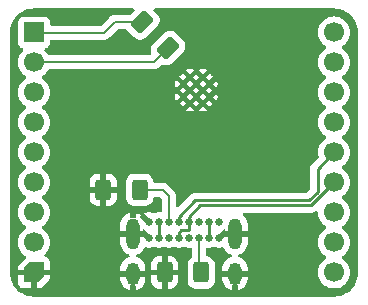
<source format=gbr>
%TF.GenerationSoftware,KiCad,Pcbnew,8.0.4*%
%TF.CreationDate,2024-07-28T04:47:57-04:00*%
%TF.ProjectId,esp32-c3-wroom-socket,65737033-322d-4633-932d-77726f6f6d2d,rev?*%
%TF.SameCoordinates,Original*%
%TF.FileFunction,Copper,L2,Bot*%
%TF.FilePolarity,Positive*%
%FSLAX46Y46*%
G04 Gerber Fmt 4.6, Leading zero omitted, Abs format (unit mm)*
G04 Created by KiCad (PCBNEW 8.0.4) date 2024-07-28 04:47:57*
%MOMM*%
%LPD*%
G01*
G04 APERTURE LIST*
G04 Aperture macros list*
%AMRoundRect*
0 Rectangle with rounded corners*
0 $1 Rounding radius*
0 $2 $3 $4 $5 $6 $7 $8 $9 X,Y pos of 4 corners*
0 Add a 4 corners polygon primitive as box body*
4,1,4,$2,$3,$4,$5,$6,$7,$8,$9,$2,$3,0*
0 Add four circle primitives for the rounded corners*
1,1,$1+$1,$2,$3*
1,1,$1+$1,$4,$5*
1,1,$1+$1,$6,$7*
1,1,$1+$1,$8,$9*
0 Add four rect primitives between the rounded corners*
20,1,$1+$1,$2,$3,$4,$5,0*
20,1,$1+$1,$4,$5,$6,$7,0*
20,1,$1+$1,$6,$7,$8,$9,0*
20,1,$1+$1,$8,$9,$2,$3,0*%
%AMOutline5P*
0 Free polygon, 5 corners , with rotation*
0 The origin of the aperture is its center*
0 number of corners: always 5*
0 $1 to $10 corner X, Y*
0 $11 Rotation angle, in degrees counterclockwise*
0 create outline with 5 corners*
4,1,5,$1,$2,$3,$4,$5,$6,$7,$8,$9,$10,$1,$2,$11*%
%AMOutline6P*
0 Free polygon, 6 corners , with rotation*
0 The origin of the aperture is its center*
0 number of corners: always 6*
0 $1 to $12 corner X, Y*
0 $13 Rotation angle, in degrees counterclockwise*
0 create outline with 6 corners*
4,1,6,$1,$2,$3,$4,$5,$6,$7,$8,$9,$10,$11,$12,$1,$2,$13*%
%AMOutline7P*
0 Free polygon, 7 corners , with rotation*
0 The origin of the aperture is its center*
0 number of corners: always 7*
0 $1 to $14 corner X, Y*
0 $15 Rotation angle, in degrees counterclockwise*
0 create outline with 7 corners*
4,1,7,$1,$2,$3,$4,$5,$6,$7,$8,$9,$10,$11,$12,$13,$14,$1,$2,$15*%
%AMOutline8P*
0 Free polygon, 8 corners , with rotation*
0 The origin of the aperture is its center*
0 number of corners: always 8*
0 $1 to $16 corner X, Y*
0 $17 Rotation angle, in degrees counterclockwise*
0 create outline with 8 corners*
4,1,8,$1,$2,$3,$4,$5,$6,$7,$8,$9,$10,$11,$12,$13,$14,$15,$16,$1,$2,$17*%
G04 Aperture macros list end*
%TA.AperFunction,SMDPad,CuDef*%
%ADD10RoundRect,0.250000X-0.400000X-0.625000X0.400000X-0.625000X0.400000X0.625000X-0.400000X0.625000X0*%
%TD*%
%TA.AperFunction,ComponentPad*%
%ADD11R,1.700000X1.700000*%
%TD*%
%TA.AperFunction,ComponentPad*%
%ADD12C,1.700000*%
%TD*%
%TA.AperFunction,ComponentPad*%
%ADD13Outline6P,-0.850000X0.340000X-0.340000X0.850000X0.850000X0.850000X0.850000X-0.340000X0.340000X-0.850000X-0.850000X-0.850000X0.000000*%
%TD*%
%TA.AperFunction,ComponentPad*%
%ADD14C,0.400000*%
%TD*%
%TA.AperFunction,SMDPad,CuDef*%
%ADD15RoundRect,0.250000X-0.724784X-0.159099X-0.159099X-0.724784X0.724784X0.159099X0.159099X0.724784X0*%
%TD*%
%TA.AperFunction,ComponentPad*%
%ADD16C,0.660400*%
%TD*%
%TA.AperFunction,ComponentPad*%
%ADD17O,1.117600X1.905000*%
%TD*%
%TA.AperFunction,ComponentPad*%
%ADD18O,1.117600X2.616200*%
%TD*%
%TA.AperFunction,Conductor*%
%ADD19C,0.200000*%
%TD*%
%TA.AperFunction,Conductor*%
%ADD20C,0.250000*%
%TD*%
G04 APERTURE END LIST*
D10*
%TO.P,R3,1*%
%TO.N,GND*%
X118450000Y-72500000D03*
%TO.P,R3,2*%
%TO.N,Net-(J1-CC1)*%
X121550000Y-72500000D03*
%TD*%
%TO.P,R2,1*%
%TO.N,GND*%
X123650000Y-79500000D03*
%TO.P,R2,2*%
%TO.N,Net-(J1-CC2)*%
X126750000Y-79500000D03*
%TD*%
D11*
%TO.P,U1,1,3V3*%
%TO.N,+3V3*%
X112600000Y-59180000D03*
D12*
%TO.P,U1,2,EN*%
%TO.N,Net-(U1-EN)*%
X112600000Y-61720000D03*
%TO.P,U1,3,IO4*%
%TO.N,unconnected-(U1-IO4-Pad3)*%
X112600000Y-64260000D03*
%TO.P,U1,4,IO5*%
%TO.N,unconnected-(U1-IO5-Pad4)*%
X112600000Y-66800000D03*
%TO.P,U1,5,IO6*%
%TO.N,unconnected-(U1-IO6-Pad5)*%
X112600000Y-69340000D03*
%TO.P,U1,6,IO7*%
%TO.N,unconnected-(U1-IO7-Pad6)*%
X112600000Y-71880000D03*
%TO.P,U1,7,IO8*%
%TO.N,unconnected-(U1-IO8-Pad7)*%
X112600000Y-74420000D03*
%TO.P,U1,8,IO9*%
%TO.N,unconnected-(U1-IO9-Pad8)*%
X112600000Y-76960000D03*
D13*
%TO.P,U1,9,GND*%
%TO.N,GND*%
X112600000Y-79500000D03*
D12*
%TO.P,U1,10,IO10*%
%TO.N,unconnected-(U1-IO10-Pad10)*%
X138000000Y-79500000D03*
%TO.P,U1,11,RXD*%
%TO.N,unconnected-(U1-RXD-Pad11)*%
X138000000Y-76960000D03*
%TO.P,U1,12,TXD*%
%TO.N,unconnected-(U1-TXD-Pad12)*%
X138000000Y-74420000D03*
%TO.P,U1,13,IO18*%
%TO.N,/D-*%
X138000000Y-71880000D03*
%TO.P,U1,14,IO19*%
%TO.N,/D+*%
X138000000Y-69340000D03*
%TO.P,U1,15,IO3*%
%TO.N,unconnected-(U1-IO3-Pad15)*%
X138000000Y-66800000D03*
%TO.P,U1,16,IO2*%
%TO.N,unconnected-(U1-IO2-Pad16)*%
X138000000Y-64260000D03*
%TO.P,U1,17,IO1*%
%TO.N,unconnected-(U1-IO1-Pad17)*%
X138000000Y-61720000D03*
%TO.P,U1,18,IO0*%
%TO.N,unconnected-(U1-IO0-Pad18)*%
X138000000Y-59180000D03*
D14*
%TO.P,U1,28,GND__10*%
%TO.N,GND*%
X125790000Y-62960000D03*
%TO.P,U1,29,GND__11*%
X126890000Y-62960000D03*
%TO.P,U1,30,GND__12*%
X125240000Y-63510000D03*
%TO.P,U1,31,GND__13*%
X126340000Y-63510000D03*
%TO.P,U1,32,GND__14*%
X127440000Y-63510000D03*
%TO.P,U1,33,GND__15*%
X125790000Y-64060000D03*
%TO.P,U1,34,GND__16*%
X126890000Y-64060000D03*
%TO.P,U1,35,GND__17*%
X125240000Y-64610000D03*
%TO.P,U1,36,GND__18*%
X126340000Y-64610000D03*
%TO.P,U1,37,GND__19*%
X127440000Y-64610000D03*
%TO.P,U1,38,GND__20*%
X125790000Y-65160000D03*
%TO.P,U1,39,GND__21*%
X126890000Y-65160000D03*
%TD*%
D15*
%TO.P,R1,1*%
%TO.N,+3V3*%
X121753984Y-58303984D03*
%TO.P,R1,2*%
%TO.N,Net-(U1-EN)*%
X123946016Y-60496016D03*
%TD*%
D16*
%TO.P,J1,A1,GND*%
%TO.N,GND*%
X122314444Y-75232435D03*
%TO.P,J1,A4,VBUS*%
%TO.N,Net-(J1-VBUS-PadA4)*%
X123164445Y-75232435D03*
%TO.P,J1,A5,CC1*%
%TO.N,Net-(J1-CC1)*%
X124014443Y-75232435D03*
%TO.P,J1,A6,D+*%
%TO.N,/D+*%
X124864444Y-75232435D03*
%TO.P,J1,A7,D-*%
%TO.N,/D-*%
X125714445Y-75232435D03*
%TO.P,J1,A8,SBU1*%
%TO.N,unconnected-(J1-SBU1-PadA8)*%
X126564446Y-75232435D03*
%TO.P,J1,A9,VBUS*%
%TO.N,Net-(J1-VBUS-PadA4)*%
X127414444Y-75232435D03*
%TO.P,J1,A12,GND*%
%TO.N,GND*%
X128264445Y-75232435D03*
%TO.P,J1,B1,GND*%
X128264445Y-76582435D03*
%TO.P,J1,B4,VBUS*%
%TO.N,Net-(J1-VBUS-PadA4)*%
X127414444Y-76582435D03*
%TO.P,J1,B5,CC2*%
%TO.N,Net-(J1-CC2)*%
X126564446Y-76582435D03*
%TO.P,J1,B6,D+*%
%TO.N,/D+*%
X125714445Y-76582435D03*
%TO.P,J1,B7,D-*%
%TO.N,/D-*%
X124864444Y-76582435D03*
%TO.P,J1,B8,SBU2*%
%TO.N,unconnected-(J1-SBU2-PadB8)*%
X124014443Y-76582435D03*
%TO.P,J1,B9,VBUS*%
%TO.N,Net-(J1-VBUS-PadA4)*%
X123164445Y-76582435D03*
%TO.P,J1,B12,GND*%
%TO.N,GND*%
X122314444Y-76582435D03*
D17*
%TO.P,J1,S1,SHIELD*%
X120964459Y-79597435D03*
%TO.P,J1,S2,SHIELD*%
X129614429Y-79597435D03*
D18*
%TO.P,J1,S3,SHIELD*%
X120964444Y-76212436D03*
%TO.P,J1,S4,SHIELD*%
X129614429Y-76212435D03*
%TD*%
D19*
%TO.N,Net-(J1-CC2)*%
X126564446Y-79314446D02*
X126750000Y-79500000D01*
X126564446Y-76582435D02*
X126564446Y-79314446D01*
%TO.N,Net-(J1-CC1)*%
X124014443Y-73014443D02*
X124014443Y-75232435D01*
X123500000Y-72500000D02*
X124014443Y-73014443D01*
X121550000Y-72500000D02*
X123500000Y-72500000D01*
D20*
%TO.N,Net-(J1-VBUS-PadA4)*%
X123164445Y-76582435D02*
X123164445Y-75232435D01*
X127414444Y-76582435D02*
X127414444Y-75232435D01*
%TO.N,/D+*%
X136600000Y-70740000D02*
X138000000Y-69340000D01*
X136600000Y-72678960D02*
X136600000Y-70740000D01*
X126254906Y-73375000D02*
X135903960Y-73375000D01*
X135903960Y-73375000D02*
X136600000Y-72678960D01*
X124864444Y-74765462D02*
X126254906Y-73375000D01*
X124864444Y-75232435D02*
X124864444Y-74765462D01*
%TO.N,/D-*%
X125714445Y-74765462D02*
X125714445Y-75232435D01*
X126679907Y-73800000D02*
X125714445Y-74765462D01*
X136080000Y-73800000D02*
X126679907Y-73800000D01*
X138000000Y-71880000D02*
X136080000Y-73800000D01*
X124864444Y-76135556D02*
X124864444Y-76582435D01*
X125714445Y-75885555D02*
X125672765Y-75927235D01*
X125672765Y-75927235D02*
X125072765Y-75927235D01*
X125072765Y-75927235D02*
X124864444Y-76135556D01*
X125714445Y-75232435D02*
X125714445Y-75885555D01*
D19*
%TO.N,+3V3*%
X112620000Y-59200000D02*
X118528984Y-59200000D01*
X118528984Y-59200000D02*
X119425000Y-58303984D01*
X119425000Y-58303984D02*
X121753984Y-58303984D01*
X112600000Y-59180000D02*
X112620000Y-59200000D01*
%TO.N,Net-(U1-EN)*%
X112620000Y-61700000D02*
X122742032Y-61700000D01*
X122742032Y-61700000D02*
X123946016Y-60496016D01*
X112600000Y-61720000D02*
X112620000Y-61700000D01*
%TD*%
%TA.AperFunction,Conductor*%
%TO.N,GND*%
G36*
X121917107Y-75847392D02*
G01*
X121961455Y-75875893D01*
X122329718Y-76244156D01*
X122363203Y-76305479D01*
X122359969Y-76370152D01*
X122356762Y-76380021D01*
X122354863Y-76379235D01*
X122274025Y-76379235D01*
X122199340Y-76410170D01*
X122142179Y-76467331D01*
X122111244Y-76542016D01*
X122111244Y-76622854D01*
X122142179Y-76697539D01*
X122199340Y-76754700D01*
X122244360Y-76773347D01*
X122207780Y-76782592D01*
X122141538Y-76760370D01*
X122124819Y-76746363D01*
X121840892Y-76462436D01*
X121588944Y-76462436D01*
X121521905Y-76442751D01*
X121476150Y-76389947D01*
X121464944Y-76338436D01*
X121464944Y-76086436D01*
X121484629Y-76019397D01*
X121537433Y-75973642D01*
X121588944Y-75962436D01*
X121699550Y-75962436D01*
X121786092Y-75875893D01*
X121847415Y-75842408D01*
X121917107Y-75847392D01*
G37*
%TD.AperFunction*%
%TA.AperFunction,Conductor*%
G36*
X128748447Y-75847392D02*
G01*
X128792795Y-75875893D01*
X128879337Y-75962435D01*
X128989929Y-75962435D01*
X129056968Y-75982120D01*
X129102723Y-76034924D01*
X129113929Y-76086435D01*
X129113929Y-76338435D01*
X129094244Y-76405474D01*
X129041440Y-76451229D01*
X128989929Y-76462435D01*
X128737997Y-76462435D01*
X128454069Y-76746363D01*
X128392746Y-76779848D01*
X128329717Y-76775340D01*
X128379549Y-76754700D01*
X128436710Y-76697539D01*
X128467645Y-76622854D01*
X128467645Y-76542016D01*
X128436710Y-76467331D01*
X128379549Y-76410170D01*
X128304864Y-76379235D01*
X128224026Y-76379235D01*
X128222125Y-76380022D01*
X128218918Y-76370151D01*
X128216923Y-76300315D01*
X128249169Y-76244155D01*
X128530070Y-75963256D01*
X128617432Y-75875893D01*
X128678755Y-75842408D01*
X128748447Y-75847392D01*
G37*
%TD.AperFunction*%
%TA.AperFunction,Conductor*%
G36*
X121058092Y-57160185D02*
G01*
X121103847Y-57212989D01*
X121113791Y-57282147D01*
X121084766Y-57345703D01*
X121078734Y-57352181D01*
X120763751Y-57667165D01*
X120702428Y-57700650D01*
X120676070Y-57703484D01*
X119511669Y-57703484D01*
X119511653Y-57703483D01*
X119504057Y-57703483D01*
X119345943Y-57703483D01*
X119238587Y-57732249D01*
X119193210Y-57744408D01*
X119193209Y-57744409D01*
X119143096Y-57773343D01*
X119143095Y-57773344D01*
X119100845Y-57797737D01*
X119056285Y-57823463D01*
X119056282Y-57823465D01*
X118944478Y-57935270D01*
X118316568Y-58563181D01*
X118255245Y-58596666D01*
X118228887Y-58599500D01*
X114074499Y-58599500D01*
X114007460Y-58579815D01*
X113961705Y-58527011D01*
X113950499Y-58475500D01*
X113950499Y-58282129D01*
X113950498Y-58282123D01*
X113950497Y-58282116D01*
X113944091Y-58222517D01*
X113918346Y-58153492D01*
X113893797Y-58087671D01*
X113893793Y-58087664D01*
X113807547Y-57972455D01*
X113807544Y-57972452D01*
X113692335Y-57886206D01*
X113692328Y-57886202D01*
X113557482Y-57835908D01*
X113557483Y-57835908D01*
X113497883Y-57829501D01*
X113497881Y-57829500D01*
X113497873Y-57829500D01*
X113497864Y-57829500D01*
X111702129Y-57829500D01*
X111702123Y-57829501D01*
X111642516Y-57835908D01*
X111507671Y-57886202D01*
X111507664Y-57886206D01*
X111392455Y-57972452D01*
X111392452Y-57972455D01*
X111306206Y-58087664D01*
X111306202Y-58087671D01*
X111255908Y-58222517D01*
X111249501Y-58282116D01*
X111249501Y-58282123D01*
X111249500Y-58282135D01*
X111249500Y-60077870D01*
X111249501Y-60077876D01*
X111255908Y-60137483D01*
X111306202Y-60272328D01*
X111306206Y-60272335D01*
X111392452Y-60387544D01*
X111392455Y-60387547D01*
X111507664Y-60473793D01*
X111507671Y-60473797D01*
X111639081Y-60522810D01*
X111695015Y-60564681D01*
X111719432Y-60630145D01*
X111704580Y-60698418D01*
X111683430Y-60726673D01*
X111561503Y-60848600D01*
X111425965Y-61042169D01*
X111425964Y-61042171D01*
X111326098Y-61256335D01*
X111326094Y-61256344D01*
X111264938Y-61484586D01*
X111264936Y-61484596D01*
X111244341Y-61719999D01*
X111244341Y-61720000D01*
X111264936Y-61955403D01*
X111264938Y-61955413D01*
X111326094Y-62183655D01*
X111326096Y-62183659D01*
X111326097Y-62183663D01*
X111413964Y-62372094D01*
X111425965Y-62397830D01*
X111425967Y-62397834D01*
X111561501Y-62591395D01*
X111561506Y-62591402D01*
X111728597Y-62758493D01*
X111728603Y-62758498D01*
X111914158Y-62888425D01*
X111957783Y-62943002D01*
X111964977Y-63012500D01*
X111933454Y-63074855D01*
X111914158Y-63091575D01*
X111728597Y-63221505D01*
X111561505Y-63388597D01*
X111425965Y-63582169D01*
X111425964Y-63582171D01*
X111326098Y-63796335D01*
X111326094Y-63796344D01*
X111264938Y-64024586D01*
X111264936Y-64024596D01*
X111244341Y-64259999D01*
X111244341Y-64260000D01*
X111264936Y-64495403D01*
X111264938Y-64495413D01*
X111326094Y-64723655D01*
X111326096Y-64723659D01*
X111326097Y-64723663D01*
X111351784Y-64778748D01*
X111425965Y-64937830D01*
X111425967Y-64937834D01*
X111561501Y-65131395D01*
X111561506Y-65131402D01*
X111728597Y-65298493D01*
X111728603Y-65298498D01*
X111914158Y-65428425D01*
X111957783Y-65483002D01*
X111964977Y-65552500D01*
X111933454Y-65614855D01*
X111914158Y-65631575D01*
X111728597Y-65761505D01*
X111561505Y-65928597D01*
X111425965Y-66122169D01*
X111425964Y-66122171D01*
X111326098Y-66336335D01*
X111326094Y-66336344D01*
X111264938Y-66564586D01*
X111264936Y-66564596D01*
X111244341Y-66799999D01*
X111244341Y-66800000D01*
X111264936Y-67035403D01*
X111264938Y-67035413D01*
X111326094Y-67263655D01*
X111326096Y-67263659D01*
X111326097Y-67263663D01*
X111425965Y-67477830D01*
X111425967Y-67477834D01*
X111561501Y-67671395D01*
X111561506Y-67671402D01*
X111728597Y-67838493D01*
X111728603Y-67838498D01*
X111914158Y-67968425D01*
X111957783Y-68023002D01*
X111964977Y-68092500D01*
X111933454Y-68154855D01*
X111914158Y-68171575D01*
X111728597Y-68301505D01*
X111561505Y-68468597D01*
X111425965Y-68662169D01*
X111425964Y-68662171D01*
X111326098Y-68876335D01*
X111326094Y-68876344D01*
X111264938Y-69104586D01*
X111264936Y-69104596D01*
X111244341Y-69339999D01*
X111244341Y-69340000D01*
X111264936Y-69575403D01*
X111264938Y-69575413D01*
X111326094Y-69803655D01*
X111326096Y-69803659D01*
X111326097Y-69803663D01*
X111425965Y-70017830D01*
X111425967Y-70017834D01*
X111561501Y-70211395D01*
X111561506Y-70211402D01*
X111728597Y-70378493D01*
X111728603Y-70378498D01*
X111914158Y-70508425D01*
X111957783Y-70563002D01*
X111964977Y-70632500D01*
X111933454Y-70694855D01*
X111914158Y-70711575D01*
X111728597Y-70841505D01*
X111561505Y-71008597D01*
X111425965Y-71202169D01*
X111425964Y-71202171D01*
X111326098Y-71416335D01*
X111326094Y-71416344D01*
X111264938Y-71644586D01*
X111264936Y-71644596D01*
X111244341Y-71879999D01*
X111244341Y-71880000D01*
X111264936Y-72115403D01*
X111264938Y-72115413D01*
X111326094Y-72343655D01*
X111326096Y-72343659D01*
X111326097Y-72343663D01*
X111378569Y-72456189D01*
X111425965Y-72557830D01*
X111425967Y-72557834D01*
X111561501Y-72751395D01*
X111561506Y-72751402D01*
X111728597Y-72918493D01*
X111728603Y-72918498D01*
X111914158Y-73048425D01*
X111957783Y-73103002D01*
X111964977Y-73172500D01*
X111933454Y-73234855D01*
X111914158Y-73251575D01*
X111728597Y-73381505D01*
X111561505Y-73548597D01*
X111425965Y-73742169D01*
X111425964Y-73742171D01*
X111326098Y-73956335D01*
X111326094Y-73956344D01*
X111264938Y-74184586D01*
X111264936Y-74184596D01*
X111244341Y-74419999D01*
X111244341Y-74420000D01*
X111264936Y-74655403D01*
X111264938Y-74655413D01*
X111326094Y-74883655D01*
X111326096Y-74883659D01*
X111326097Y-74883663D01*
X111408404Y-75060170D01*
X111425965Y-75097830D01*
X111425967Y-75097834D01*
X111561501Y-75291395D01*
X111561506Y-75291402D01*
X111728597Y-75458493D01*
X111728603Y-75458498D01*
X111914158Y-75588425D01*
X111957783Y-75643002D01*
X111964977Y-75712500D01*
X111933454Y-75774855D01*
X111914158Y-75791575D01*
X111728597Y-75921505D01*
X111561505Y-76088597D01*
X111425965Y-76282169D01*
X111425964Y-76282171D01*
X111326098Y-76496335D01*
X111326094Y-76496344D01*
X111264938Y-76724586D01*
X111264936Y-76724596D01*
X111244341Y-76959999D01*
X111244341Y-76960000D01*
X111264936Y-77195403D01*
X111264938Y-77195413D01*
X111326094Y-77423655D01*
X111326096Y-77423659D01*
X111326097Y-77423663D01*
X111376516Y-77531787D01*
X111425965Y-77637830D01*
X111425967Y-77637834D01*
X111528424Y-77784157D01*
X111561505Y-77831401D01*
X111728599Y-77998495D01*
X111855223Y-78087158D01*
X111887395Y-78109685D01*
X111931019Y-78164262D01*
X111938212Y-78233761D01*
X111906690Y-78296115D01*
X111903952Y-78298941D01*
X111367504Y-78835389D01*
X111367492Y-78835403D01*
X111315570Y-78902241D01*
X111315570Y-78902242D01*
X111260549Y-79035075D01*
X111250000Y-79119058D01*
X111250000Y-79250000D01*
X112166988Y-79250000D01*
X112134075Y-79307007D01*
X112100000Y-79434174D01*
X112100000Y-79565826D01*
X112134075Y-79692993D01*
X112166988Y-79750000D01*
X111250000Y-79750000D01*
X111250000Y-80397844D01*
X111256401Y-80457372D01*
X111256403Y-80457379D01*
X111306645Y-80592086D01*
X111306649Y-80592093D01*
X111392809Y-80707187D01*
X111392812Y-80707190D01*
X111507906Y-80793350D01*
X111507913Y-80793354D01*
X111642620Y-80843596D01*
X111642627Y-80843598D01*
X111702155Y-80849999D01*
X111702172Y-80850000D01*
X112350000Y-80850000D01*
X112350000Y-79933012D01*
X112407007Y-79965925D01*
X112534174Y-80000000D01*
X112665826Y-80000000D01*
X112792993Y-79965925D01*
X112850000Y-79933012D01*
X112850000Y-80850000D01*
X112980942Y-80850000D01*
X112980943Y-80849999D01*
X113064925Y-80839450D01*
X113197758Y-80784429D01*
X113264596Y-80732507D01*
X113264609Y-80732496D01*
X113832496Y-80164609D01*
X113832507Y-80164596D01*
X113884429Y-80097758D01*
X113884429Y-80097757D01*
X113939450Y-79964924D01*
X113949999Y-79880941D01*
X113950000Y-79880935D01*
X113950000Y-79750000D01*
X113033012Y-79750000D01*
X113065925Y-79692993D01*
X113100000Y-79565826D01*
X113100000Y-79434174D01*
X113065925Y-79307007D01*
X113033012Y-79250000D01*
X113950000Y-79250000D01*
X113950000Y-78602172D01*
X113949999Y-78602155D01*
X113943598Y-78542627D01*
X113943596Y-78542620D01*
X113893354Y-78407913D01*
X113893350Y-78407906D01*
X113807190Y-78292812D01*
X113807187Y-78292809D01*
X113692093Y-78206649D01*
X113692088Y-78206646D01*
X113560528Y-78157577D01*
X113504595Y-78115705D01*
X113480178Y-78050241D01*
X113495030Y-77981968D01*
X113516175Y-77953720D01*
X113638495Y-77831401D01*
X113774035Y-77637830D01*
X113873903Y-77423663D01*
X113935063Y-77195408D01*
X113955659Y-76960000D01*
X113935063Y-76724592D01*
X113873903Y-76496337D01*
X113774035Y-76282171D01*
X113734099Y-76225135D01*
X113638494Y-76088597D01*
X113471402Y-75921506D01*
X113471396Y-75921501D01*
X113285842Y-75791575D01*
X113242217Y-75736998D01*
X113235023Y-75667500D01*
X113266546Y-75605145D01*
X113285842Y-75588425D01*
X113360367Y-75536242D01*
X113471401Y-75458495D01*
X113571048Y-75358848D01*
X119905644Y-75358848D01*
X119905644Y-75962436D01*
X120339944Y-75962436D01*
X120406983Y-75982121D01*
X120452738Y-76034925D01*
X120463944Y-76086436D01*
X120463944Y-76338436D01*
X120444259Y-76405475D01*
X120391455Y-76451230D01*
X120339944Y-76462436D01*
X119905644Y-76462436D01*
X119905644Y-77066023D01*
X119946331Y-77270569D01*
X119946333Y-77270577D01*
X120026146Y-77463264D01*
X120142021Y-77636684D01*
X120289495Y-77784158D01*
X120462915Y-77900032D01*
X120627431Y-77968177D01*
X120681834Y-78012018D01*
X120703899Y-78078312D01*
X120686620Y-78146011D01*
X120635483Y-78193622D01*
X120627431Y-78197299D01*
X120462931Y-78265437D01*
X120289510Y-78381312D01*
X120142036Y-78528786D01*
X120026161Y-78702206D01*
X119946348Y-78894893D01*
X119946346Y-78894901D01*
X119905659Y-79099447D01*
X119905659Y-79347435D01*
X120334888Y-79347435D01*
X120401927Y-79367120D01*
X120440962Y-79412169D01*
X120442935Y-79411031D01*
X120447343Y-79418665D01*
X120447679Y-79419921D01*
X120447682Y-79419924D01*
X120449453Y-79423992D01*
X120450116Y-79425593D01*
X120449291Y-79425934D01*
X120463959Y-79480670D01*
X120463959Y-79714199D01*
X120449295Y-79768928D01*
X120450119Y-79769269D01*
X120449457Y-79770868D01*
X120448436Y-79772135D01*
X120447348Y-79776195D01*
X120447001Y-79776797D01*
X120447000Y-79776798D01*
X120442939Y-79783834D01*
X120440258Y-79782286D01*
X120405626Y-79825279D01*
X120339336Y-79847355D01*
X120334888Y-79847435D01*
X119905659Y-79847435D01*
X119905659Y-80095422D01*
X119946346Y-80299968D01*
X119946348Y-80299976D01*
X120026161Y-80492663D01*
X120142036Y-80666083D01*
X120289510Y-80813557D01*
X120462930Y-80929432D01*
X120655617Y-81009245D01*
X120655625Y-81009247D01*
X120714458Y-81020950D01*
X120714459Y-81020950D01*
X120714459Y-80660636D01*
X120734144Y-80593597D01*
X120786948Y-80547842D01*
X120856106Y-80537898D01*
X120870533Y-80540856D01*
X120891352Y-80546435D01*
X120891356Y-80546435D01*
X121037562Y-80546435D01*
X121037566Y-80546435D01*
X121058368Y-80540861D01*
X121128214Y-80542524D01*
X121186077Y-80581686D01*
X121213582Y-80645914D01*
X121214459Y-80660636D01*
X121214459Y-81020950D01*
X121273292Y-81009247D01*
X121273300Y-81009245D01*
X121465987Y-80929432D01*
X121639407Y-80813557D01*
X121786881Y-80666083D01*
X121902756Y-80492663D01*
X121982569Y-80299976D01*
X121982571Y-80299968D01*
X122007432Y-80174986D01*
X122500001Y-80174986D01*
X122510494Y-80277697D01*
X122565641Y-80444119D01*
X122565643Y-80444124D01*
X122657684Y-80593345D01*
X122781654Y-80717315D01*
X122930875Y-80809356D01*
X122930880Y-80809358D01*
X123097302Y-80864505D01*
X123097309Y-80864506D01*
X123200019Y-80874999D01*
X123399999Y-80874999D01*
X123900000Y-80874999D01*
X124099972Y-80874999D01*
X124099986Y-80874998D01*
X124202697Y-80864505D01*
X124369119Y-80809358D01*
X124369124Y-80809356D01*
X124518345Y-80717315D01*
X124642315Y-80593345D01*
X124734356Y-80444124D01*
X124734358Y-80444119D01*
X124789505Y-80277697D01*
X124789506Y-80277690D01*
X124799999Y-80174986D01*
X124800000Y-80174973D01*
X124800000Y-79750000D01*
X123900000Y-79750000D01*
X123900000Y-80874999D01*
X123399999Y-80874999D01*
X123400000Y-80874998D01*
X123400000Y-79750000D01*
X122500001Y-79750000D01*
X122500001Y-80174986D01*
X122007432Y-80174986D01*
X122023258Y-80095422D01*
X122023259Y-80095419D01*
X122023259Y-79847435D01*
X121594030Y-79847435D01*
X121526991Y-79827750D01*
X121487951Y-79782695D01*
X121485979Y-79783834D01*
X121481917Y-79776798D01*
X121481917Y-79776797D01*
X121481569Y-79776195D01*
X121481232Y-79774938D01*
X121479461Y-79770868D01*
X121478799Y-79769269D01*
X121479622Y-79768928D01*
X121464959Y-79714199D01*
X121464959Y-79480670D01*
X121479626Y-79425934D01*
X121478802Y-79425593D01*
X121479465Y-79423992D01*
X121480487Y-79422722D01*
X121481575Y-79418665D01*
X121485983Y-79411031D01*
X121488661Y-79412577D01*
X121523302Y-79369585D01*
X121589594Y-79347514D01*
X121594030Y-79347435D01*
X122023259Y-79347435D01*
X122023259Y-79099451D01*
X122023258Y-79099447D01*
X121982571Y-78894901D01*
X121982569Y-78894893D01*
X121953624Y-78825013D01*
X122500000Y-78825013D01*
X122500000Y-79250000D01*
X123400000Y-79250000D01*
X123900000Y-79250000D01*
X124799999Y-79250000D01*
X124799999Y-78825028D01*
X124799998Y-78825013D01*
X124789505Y-78722302D01*
X124734358Y-78555880D01*
X124734356Y-78555875D01*
X124642315Y-78406654D01*
X124518345Y-78282684D01*
X124369124Y-78190643D01*
X124369119Y-78190641D01*
X124202697Y-78135494D01*
X124202690Y-78135493D01*
X124099986Y-78125000D01*
X123900000Y-78125000D01*
X123900000Y-79250000D01*
X123400000Y-79250000D01*
X123400000Y-78125000D01*
X123200029Y-78125000D01*
X123200012Y-78125001D01*
X123097302Y-78135494D01*
X122930880Y-78190641D01*
X122930875Y-78190643D01*
X122781654Y-78282684D01*
X122657684Y-78406654D01*
X122565643Y-78555875D01*
X122565641Y-78555880D01*
X122510494Y-78722302D01*
X122510493Y-78722309D01*
X122500000Y-78825013D01*
X121953624Y-78825013D01*
X121902756Y-78702206D01*
X121786881Y-78528786D01*
X121639407Y-78381312D01*
X121465987Y-78265437D01*
X121301471Y-78197293D01*
X121247068Y-78153452D01*
X121225003Y-78087158D01*
X121242282Y-78019458D01*
X121293420Y-77971848D01*
X121301472Y-77968171D01*
X121465970Y-77900034D01*
X121639392Y-77784158D01*
X121786866Y-77636684D01*
X121902737Y-77463269D01*
X121902741Y-77463261D01*
X121908842Y-77448533D01*
X121952681Y-77394129D01*
X122018975Y-77372062D01*
X122049831Y-77376394D01*
X122050128Y-77375000D01*
X122227186Y-77412635D01*
X122401702Y-77412635D01*
X122572400Y-77376351D01*
X122688394Y-77324708D01*
X122757644Y-77315424D01*
X122789265Y-77324709D01*
X122906325Y-77376828D01*
X122906331Y-77376830D01*
X123077135Y-77413135D01*
X123077136Y-77413135D01*
X123251754Y-77413135D01*
X123251755Y-77413135D01*
X123422559Y-77376830D01*
X123422561Y-77376828D01*
X123422564Y-77376828D01*
X123471029Y-77355249D01*
X123539009Y-77324982D01*
X123608258Y-77315698D01*
X123639877Y-77324982D01*
X123677243Y-77341618D01*
X123756323Y-77376828D01*
X123756329Y-77376830D01*
X123927133Y-77413135D01*
X123927134Y-77413135D01*
X124101752Y-77413135D01*
X124101753Y-77413135D01*
X124272557Y-77376830D01*
X124272559Y-77376828D01*
X124272562Y-77376828D01*
X124389007Y-77324983D01*
X124458257Y-77315698D01*
X124489876Y-77324981D01*
X124606330Y-77376830D01*
X124777134Y-77413135D01*
X124777135Y-77413135D01*
X124951753Y-77413135D01*
X124951754Y-77413135D01*
X125122558Y-77376830D01*
X125122560Y-77376828D01*
X125122563Y-77376828D01*
X125239008Y-77324983D01*
X125308258Y-77315698D01*
X125339877Y-77324981D01*
X125456331Y-77376830D01*
X125627135Y-77413135D01*
X125627136Y-77413135D01*
X125801754Y-77413135D01*
X125801755Y-77413135D01*
X125814165Y-77410497D01*
X125883831Y-77415812D01*
X125939565Y-77457949D01*
X125963671Y-77523529D01*
X125963946Y-77531787D01*
X125963946Y-78162131D01*
X125944261Y-78229170D01*
X125905045Y-78267668D01*
X125881346Y-78282285D01*
X125757289Y-78406342D01*
X125665187Y-78555663D01*
X125665185Y-78555668D01*
X125665115Y-78555880D01*
X125610001Y-78722203D01*
X125610001Y-78722204D01*
X125610000Y-78722204D01*
X125599500Y-78824983D01*
X125599500Y-80175001D01*
X125599501Y-80175018D01*
X125610000Y-80277796D01*
X125610001Y-80277799D01*
X125645722Y-80385595D01*
X125665186Y-80444334D01*
X125757288Y-80593656D01*
X125881344Y-80717712D01*
X126030666Y-80809814D01*
X126197203Y-80864999D01*
X126299991Y-80875500D01*
X127200008Y-80875499D01*
X127200016Y-80875498D01*
X127200019Y-80875498D01*
X127256302Y-80869748D01*
X127302797Y-80864999D01*
X127469334Y-80809814D01*
X127618656Y-80717712D01*
X127742712Y-80593656D01*
X127834814Y-80444334D01*
X127889999Y-80277797D01*
X127900500Y-80175009D01*
X127900499Y-78824992D01*
X127889999Y-78722203D01*
X127834814Y-78555666D01*
X127742712Y-78406344D01*
X127618656Y-78282288D01*
X127480866Y-78197299D01*
X127469336Y-78190187D01*
X127469331Y-78190185D01*
X127447654Y-78183002D01*
X127302797Y-78135001D01*
X127302795Y-78135000D01*
X127276342Y-78132298D01*
X127211650Y-78105901D01*
X127171500Y-78048720D01*
X127164946Y-78008940D01*
X127164946Y-77531787D01*
X127184631Y-77464748D01*
X127237435Y-77418993D01*
X127306593Y-77409049D01*
X127314682Y-77410488D01*
X127327134Y-77413135D01*
X127327140Y-77413135D01*
X127501753Y-77413135D01*
X127501754Y-77413135D01*
X127672558Y-77376830D01*
X127672560Y-77376828D01*
X127672563Y-77376828D01*
X127709006Y-77360601D01*
X127789623Y-77324708D01*
X127858871Y-77315424D01*
X127890493Y-77324708D01*
X128006488Y-77376351D01*
X128177187Y-77412635D01*
X128351703Y-77412635D01*
X128528761Y-77375000D01*
X128529339Y-77377719D01*
X128586938Y-77376047D01*
X128646787Y-77412100D01*
X128670030Y-77448533D01*
X128676131Y-77463261D01*
X128792006Y-77636683D01*
X128939480Y-77784157D01*
X129112900Y-77900032D01*
X129277409Y-77968174D01*
X129331812Y-78012015D01*
X129353877Y-78078309D01*
X129336598Y-78146009D01*
X129285460Y-78193619D01*
X129277409Y-78197296D01*
X129112900Y-78265437D01*
X128939480Y-78381312D01*
X128792006Y-78528786D01*
X128676131Y-78702206D01*
X128596318Y-78894893D01*
X128596316Y-78894901D01*
X128555629Y-79099447D01*
X128555629Y-79347435D01*
X128984858Y-79347435D01*
X129051897Y-79367120D01*
X129090932Y-79412169D01*
X129092905Y-79411031D01*
X129097313Y-79418665D01*
X129097649Y-79419921D01*
X129097652Y-79419924D01*
X129099423Y-79423992D01*
X129100086Y-79425593D01*
X129099261Y-79425934D01*
X129113929Y-79480670D01*
X129113929Y-79714199D01*
X129099265Y-79768928D01*
X129100089Y-79769269D01*
X129099427Y-79770868D01*
X129098406Y-79772135D01*
X129097318Y-79776195D01*
X129096971Y-79776797D01*
X129096970Y-79776798D01*
X129092909Y-79783834D01*
X129090228Y-79782286D01*
X129055596Y-79825279D01*
X128989306Y-79847355D01*
X128984858Y-79847435D01*
X128555629Y-79847435D01*
X128555629Y-80095422D01*
X128596316Y-80299968D01*
X128596318Y-80299976D01*
X128676131Y-80492663D01*
X128792006Y-80666083D01*
X128939480Y-80813557D01*
X129112900Y-80929432D01*
X129305587Y-81009245D01*
X129305595Y-81009247D01*
X129364428Y-81020950D01*
X129364429Y-81020950D01*
X129364429Y-80660636D01*
X129384114Y-80593597D01*
X129436918Y-80547842D01*
X129506076Y-80537898D01*
X129520503Y-80540856D01*
X129541322Y-80546435D01*
X129541326Y-80546435D01*
X129687532Y-80546435D01*
X129687536Y-80546435D01*
X129708338Y-80540861D01*
X129778184Y-80542524D01*
X129836047Y-80581686D01*
X129863552Y-80645914D01*
X129864429Y-80660636D01*
X129864429Y-81020950D01*
X129923262Y-81009247D01*
X129923270Y-81009245D01*
X130115957Y-80929432D01*
X130289377Y-80813557D01*
X130436851Y-80666083D01*
X130552726Y-80492663D01*
X130632539Y-80299976D01*
X130632541Y-80299968D01*
X130673228Y-80095422D01*
X130673229Y-80095419D01*
X130673229Y-79847435D01*
X130244000Y-79847435D01*
X130176961Y-79827750D01*
X130137921Y-79782695D01*
X130135949Y-79783834D01*
X130131887Y-79776798D01*
X130131887Y-79776797D01*
X130131539Y-79776195D01*
X130131202Y-79774938D01*
X130129431Y-79770868D01*
X130128769Y-79769269D01*
X130129592Y-79768928D01*
X130114929Y-79714199D01*
X130114929Y-79480670D01*
X130129596Y-79425934D01*
X130128772Y-79425593D01*
X130129435Y-79423992D01*
X130130457Y-79422722D01*
X130131545Y-79418665D01*
X130135953Y-79411031D01*
X130138631Y-79412577D01*
X130173272Y-79369585D01*
X130239564Y-79347514D01*
X130244000Y-79347435D01*
X130673229Y-79347435D01*
X130673229Y-79099451D01*
X130673228Y-79099447D01*
X130632541Y-78894901D01*
X130632539Y-78894893D01*
X130552726Y-78702206D01*
X130436851Y-78528786D01*
X130289377Y-78381312D01*
X130115957Y-78265438D01*
X129951448Y-78197296D01*
X129897045Y-78153455D01*
X129874980Y-78087161D01*
X129892259Y-78019461D01*
X129943397Y-77971851D01*
X129951448Y-77968174D01*
X130115957Y-77900031D01*
X130289377Y-77784157D01*
X130436851Y-77636683D01*
X130552726Y-77463263D01*
X130632539Y-77270576D01*
X130632541Y-77270568D01*
X130673228Y-77066022D01*
X130673229Y-77066019D01*
X130673229Y-76462435D01*
X130238929Y-76462435D01*
X130171890Y-76442750D01*
X130126135Y-76389946D01*
X130114929Y-76338435D01*
X130114929Y-76086435D01*
X130134614Y-76019396D01*
X130187418Y-75973641D01*
X130238929Y-75962435D01*
X130673229Y-75962435D01*
X130673229Y-75358851D01*
X130673228Y-75358847D01*
X130632541Y-75154301D01*
X130632539Y-75154293D01*
X130552726Y-74961606D01*
X130436851Y-74788186D01*
X130285846Y-74637181D01*
X130252361Y-74575858D01*
X130257345Y-74506166D01*
X130299217Y-74450233D01*
X130364681Y-74425816D01*
X130373527Y-74425500D01*
X136141607Y-74425500D01*
X136202029Y-74413481D01*
X136262452Y-74401463D01*
X136262455Y-74401461D01*
X136262458Y-74401461D01*
X136295787Y-74387654D01*
X136295786Y-74387654D01*
X136295792Y-74387652D01*
X136376286Y-74354312D01*
X136427509Y-74320084D01*
X136452136Y-74303628D01*
X136518813Y-74282750D01*
X136586194Y-74301234D01*
X136632884Y-74353212D01*
X136644022Y-74414586D01*
X136644341Y-74414586D01*
X136644341Y-74416341D01*
X136644557Y-74417532D01*
X136644341Y-74420001D01*
X136664936Y-74655403D01*
X136664938Y-74655413D01*
X136726094Y-74883655D01*
X136726096Y-74883659D01*
X136726097Y-74883663D01*
X136808404Y-75060170D01*
X136825965Y-75097830D01*
X136825967Y-75097834D01*
X136961501Y-75291395D01*
X136961506Y-75291402D01*
X137128597Y-75458493D01*
X137128603Y-75458498D01*
X137314158Y-75588425D01*
X137357783Y-75643002D01*
X137364977Y-75712500D01*
X137333454Y-75774855D01*
X137314158Y-75791575D01*
X137128597Y-75921505D01*
X136961505Y-76088597D01*
X136825965Y-76282169D01*
X136825964Y-76282171D01*
X136726098Y-76496335D01*
X136726094Y-76496344D01*
X136664938Y-76724586D01*
X136664936Y-76724596D01*
X136644341Y-76959999D01*
X136644341Y-76960000D01*
X136664936Y-77195403D01*
X136664938Y-77195413D01*
X136726094Y-77423655D01*
X136726096Y-77423659D01*
X136726097Y-77423663D01*
X136776516Y-77531787D01*
X136825965Y-77637830D01*
X136825967Y-77637834D01*
X136928424Y-77784157D01*
X136961501Y-77831396D01*
X136961506Y-77831402D01*
X137128597Y-77998493D01*
X137128603Y-77998498D01*
X137314158Y-78128425D01*
X137357783Y-78183002D01*
X137364977Y-78252500D01*
X137333454Y-78314855D01*
X137314158Y-78331575D01*
X137128597Y-78461505D01*
X136961505Y-78628597D01*
X136825965Y-78822169D01*
X136825964Y-78822171D01*
X136743041Y-79000000D01*
X136726686Y-79035075D01*
X136726098Y-79036335D01*
X136726094Y-79036344D01*
X136664938Y-79264586D01*
X136664936Y-79264596D01*
X136644341Y-79499999D01*
X136644341Y-79500000D01*
X136664936Y-79735403D01*
X136664938Y-79735413D01*
X136726094Y-79963655D01*
X136726096Y-79963659D01*
X136726097Y-79963663D01*
X136788626Y-80097757D01*
X136825965Y-80177830D01*
X136825967Y-80177834D01*
X136933984Y-80332097D01*
X136961505Y-80371401D01*
X137128599Y-80538495D01*
X137225384Y-80606265D01*
X137322165Y-80674032D01*
X137322167Y-80674033D01*
X137322170Y-80674035D01*
X137536337Y-80773903D01*
X137764592Y-80835063D01*
X137935319Y-80850000D01*
X137999999Y-80855659D01*
X138000000Y-80855659D01*
X138000001Y-80855659D01*
X138064681Y-80850000D01*
X138235408Y-80835063D01*
X138463663Y-80773903D01*
X138677830Y-80674035D01*
X138871401Y-80538495D01*
X139038495Y-80371401D01*
X139174035Y-80177830D01*
X139273903Y-79963663D01*
X139335063Y-79735408D01*
X139355659Y-79500000D01*
X139335063Y-79264592D01*
X139273903Y-79036337D01*
X139174035Y-78822171D01*
X139130072Y-78759384D01*
X139038494Y-78628597D01*
X138871402Y-78461506D01*
X138871396Y-78461501D01*
X138685842Y-78331575D01*
X138642217Y-78276998D01*
X138635023Y-78207500D01*
X138666546Y-78145145D01*
X138685842Y-78128425D01*
X138744777Y-78087158D01*
X138871401Y-77998495D01*
X139038495Y-77831401D01*
X139174035Y-77637830D01*
X139273903Y-77423663D01*
X139335063Y-77195408D01*
X139355659Y-76960000D01*
X139335063Y-76724592D01*
X139273903Y-76496337D01*
X139174035Y-76282171D01*
X139134099Y-76225135D01*
X139038494Y-76088597D01*
X138871402Y-75921506D01*
X138871396Y-75921501D01*
X138685842Y-75791575D01*
X138642217Y-75736998D01*
X138635023Y-75667500D01*
X138666546Y-75605145D01*
X138685842Y-75588425D01*
X138760367Y-75536242D01*
X138871401Y-75458495D01*
X139038495Y-75291401D01*
X139174035Y-75097830D01*
X139273903Y-74883663D01*
X139335063Y-74655408D01*
X139355659Y-74420000D01*
X139335063Y-74184592D01*
X139273903Y-73956337D01*
X139174035Y-73742171D01*
X139156908Y-73717710D01*
X139038494Y-73548597D01*
X138871402Y-73381506D01*
X138871396Y-73381501D01*
X138685842Y-73251575D01*
X138642217Y-73196998D01*
X138635023Y-73127500D01*
X138666546Y-73065145D01*
X138685842Y-73048425D01*
X138708026Y-73032891D01*
X138871401Y-72918495D01*
X139038495Y-72751401D01*
X139174035Y-72557830D01*
X139273903Y-72343663D01*
X139335063Y-72115408D01*
X139355659Y-71880000D01*
X139335063Y-71644592D01*
X139273903Y-71416337D01*
X139174035Y-71202171D01*
X139165643Y-71190185D01*
X139038494Y-71008597D01*
X138871402Y-70841506D01*
X138871396Y-70841501D01*
X138685842Y-70711575D01*
X138642217Y-70656998D01*
X138635023Y-70587500D01*
X138666546Y-70525145D01*
X138685842Y-70508425D01*
X138708026Y-70492891D01*
X138871401Y-70378495D01*
X139038495Y-70211401D01*
X139174035Y-70017830D01*
X139273903Y-69803663D01*
X139335063Y-69575408D01*
X139355659Y-69340000D01*
X139335063Y-69104592D01*
X139273903Y-68876337D01*
X139174035Y-68662171D01*
X139038495Y-68468599D01*
X139038494Y-68468597D01*
X138871402Y-68301506D01*
X138871396Y-68301501D01*
X138685842Y-68171575D01*
X138642217Y-68116998D01*
X138635023Y-68047500D01*
X138666546Y-67985145D01*
X138685842Y-67968425D01*
X138708026Y-67952891D01*
X138871401Y-67838495D01*
X139038495Y-67671401D01*
X139174035Y-67477830D01*
X139273903Y-67263663D01*
X139335063Y-67035408D01*
X139355659Y-66800000D01*
X139335063Y-66564592D01*
X139273903Y-66336337D01*
X139174035Y-66122171D01*
X139094215Y-66008175D01*
X139038494Y-65928597D01*
X138871402Y-65761506D01*
X138871396Y-65761501D01*
X138685842Y-65631575D01*
X138642217Y-65576998D01*
X138635023Y-65507500D01*
X138666546Y-65445145D01*
X138685842Y-65428425D01*
X138790112Y-65355414D01*
X138871401Y-65298495D01*
X139038495Y-65131401D01*
X139174035Y-64937830D01*
X139273903Y-64723663D01*
X139335063Y-64495408D01*
X139355659Y-64260000D01*
X139335063Y-64024592D01*
X139273903Y-63796337D01*
X139174035Y-63582171D01*
X139038495Y-63388599D01*
X139038494Y-63388597D01*
X138871402Y-63221506D01*
X138871396Y-63221501D01*
X138685842Y-63091575D01*
X138642217Y-63036998D01*
X138635023Y-62967500D01*
X138666546Y-62905145D01*
X138685842Y-62888425D01*
X138797844Y-62810000D01*
X138871401Y-62758495D01*
X139038495Y-62591401D01*
X139174035Y-62397830D01*
X139273903Y-62183663D01*
X139335063Y-61955408D01*
X139355659Y-61720000D01*
X139335063Y-61484592D01*
X139273903Y-61256337D01*
X139174035Y-61042171D01*
X139136521Y-60988594D01*
X139038494Y-60848597D01*
X138871402Y-60681506D01*
X138871396Y-60681501D01*
X138685842Y-60551575D01*
X138642217Y-60496998D01*
X138635023Y-60427500D01*
X138666546Y-60365145D01*
X138685842Y-60348425D01*
X138708026Y-60332891D01*
X138871401Y-60218495D01*
X139038495Y-60051401D01*
X139174035Y-59857830D01*
X139273903Y-59643663D01*
X139335063Y-59415408D01*
X139355659Y-59180000D01*
X139335063Y-58944592D01*
X139273903Y-58716337D01*
X139174035Y-58502171D01*
X139102157Y-58399517D01*
X139038494Y-58308597D01*
X138871402Y-58141506D01*
X138871395Y-58141501D01*
X138677834Y-58005967D01*
X138677830Y-58005965D01*
X138677828Y-58005964D01*
X138463663Y-57906097D01*
X138463659Y-57906096D01*
X138463655Y-57906094D01*
X138235413Y-57844938D01*
X138235403Y-57844936D01*
X138000001Y-57824341D01*
X137999999Y-57824341D01*
X137764596Y-57844936D01*
X137764586Y-57844938D01*
X137536344Y-57906094D01*
X137536335Y-57906098D01*
X137322171Y-58005964D01*
X137322169Y-58005965D01*
X137128597Y-58141505D01*
X136961505Y-58308597D01*
X136825965Y-58502169D01*
X136825964Y-58502171D01*
X136726098Y-58716335D01*
X136726094Y-58716344D01*
X136664938Y-58944586D01*
X136664936Y-58944596D01*
X136644341Y-59179999D01*
X136644341Y-59180000D01*
X136664936Y-59415403D01*
X136664938Y-59415413D01*
X136726094Y-59643655D01*
X136726096Y-59643659D01*
X136726097Y-59643663D01*
X136818399Y-59841605D01*
X136825965Y-59857830D01*
X136825967Y-59857834D01*
X136961501Y-60051395D01*
X136961506Y-60051402D01*
X137128597Y-60218493D01*
X137128603Y-60218498D01*
X137314158Y-60348425D01*
X137357783Y-60403002D01*
X137364977Y-60472500D01*
X137333454Y-60534855D01*
X137314158Y-60551575D01*
X137128597Y-60681505D01*
X136961505Y-60848597D01*
X136825965Y-61042169D01*
X136825964Y-61042171D01*
X136726098Y-61256335D01*
X136726094Y-61256344D01*
X136664938Y-61484586D01*
X136664936Y-61484596D01*
X136644341Y-61719999D01*
X136644341Y-61720000D01*
X136664936Y-61955403D01*
X136664938Y-61955413D01*
X136726094Y-62183655D01*
X136726096Y-62183659D01*
X136726097Y-62183663D01*
X136813964Y-62372094D01*
X136825965Y-62397830D01*
X136825967Y-62397834D01*
X136961501Y-62591395D01*
X136961506Y-62591402D01*
X137128597Y-62758493D01*
X137128603Y-62758498D01*
X137314158Y-62888425D01*
X137357783Y-62943002D01*
X137364977Y-63012500D01*
X137333454Y-63074855D01*
X137314158Y-63091575D01*
X137128597Y-63221505D01*
X136961505Y-63388597D01*
X136825965Y-63582169D01*
X136825964Y-63582171D01*
X136726098Y-63796335D01*
X136726094Y-63796344D01*
X136664938Y-64024586D01*
X136664936Y-64024596D01*
X136644341Y-64259999D01*
X136644341Y-64260000D01*
X136664936Y-64495403D01*
X136664938Y-64495413D01*
X136726094Y-64723655D01*
X136726096Y-64723659D01*
X136726097Y-64723663D01*
X136751784Y-64778748D01*
X136825965Y-64937830D01*
X136825967Y-64937834D01*
X136961501Y-65131395D01*
X136961506Y-65131402D01*
X137128597Y-65298493D01*
X137128603Y-65298498D01*
X137314158Y-65428425D01*
X137357783Y-65483002D01*
X137364977Y-65552500D01*
X137333454Y-65614855D01*
X137314158Y-65631575D01*
X137128597Y-65761505D01*
X136961505Y-65928597D01*
X136825965Y-66122169D01*
X136825964Y-66122171D01*
X136726098Y-66336335D01*
X136726094Y-66336344D01*
X136664938Y-66564586D01*
X136664936Y-66564596D01*
X136644341Y-66799999D01*
X136644341Y-66800000D01*
X136664936Y-67035403D01*
X136664938Y-67035413D01*
X136726094Y-67263655D01*
X136726096Y-67263659D01*
X136726097Y-67263663D01*
X136825965Y-67477830D01*
X136825967Y-67477834D01*
X136961501Y-67671395D01*
X136961506Y-67671402D01*
X137128597Y-67838493D01*
X137128603Y-67838498D01*
X137314158Y-67968425D01*
X137357783Y-68023002D01*
X137364977Y-68092500D01*
X137333454Y-68154855D01*
X137314158Y-68171575D01*
X137128597Y-68301505D01*
X136961505Y-68468597D01*
X136825965Y-68662169D01*
X136825964Y-68662171D01*
X136726098Y-68876335D01*
X136726094Y-68876344D01*
X136664938Y-69104586D01*
X136664936Y-69104596D01*
X136644341Y-69339999D01*
X136644341Y-69340000D01*
X136664936Y-69575403D01*
X136664938Y-69575413D01*
X136691856Y-69675872D01*
X136690193Y-69745722D01*
X136659762Y-69795646D01*
X136244014Y-70211395D01*
X136201270Y-70254139D01*
X136201267Y-70254142D01*
X136157704Y-70297704D01*
X136114142Y-70341266D01*
X136101663Y-70359942D01*
X136089267Y-70378495D01*
X136045688Y-70443714D01*
X136045686Y-70443716D01*
X136045686Y-70443718D01*
X136045685Y-70443719D01*
X135998540Y-70557538D01*
X135998535Y-70557554D01*
X135975162Y-70675064D01*
X135975161Y-70675071D01*
X135974500Y-70678389D01*
X135974500Y-72368508D01*
X135954815Y-72435547D01*
X135938181Y-72456189D01*
X135681189Y-72713181D01*
X135619866Y-72746666D01*
X135593508Y-72749500D01*
X126193295Y-72749500D01*
X126132877Y-72761518D01*
X126089649Y-72770116D01*
X126072452Y-72773537D01*
X125958622Y-72820687D01*
X125958613Y-72820692D01*
X125856174Y-72889140D01*
X125826822Y-72918493D01*
X125769048Y-72976267D01*
X124826624Y-73918691D01*
X124765301Y-73952176D01*
X124695609Y-73947192D01*
X124639676Y-73905320D01*
X124615259Y-73839856D01*
X124614943Y-73831010D01*
X124614943Y-72935386D01*
X124614942Y-72935382D01*
X124602553Y-72889144D01*
X124602553Y-72889143D01*
X124574020Y-72782658D01*
X124544648Y-72731784D01*
X124494963Y-72645727D01*
X124383159Y-72533923D01*
X124383158Y-72533922D01*
X124378828Y-72529592D01*
X124378817Y-72529582D01*
X123987590Y-72138355D01*
X123987588Y-72138352D01*
X123868717Y-72019481D01*
X123868716Y-72019480D01*
X123781904Y-71969360D01*
X123781904Y-71969359D01*
X123781900Y-71969358D01*
X123731785Y-71940423D01*
X123579057Y-71899499D01*
X123420943Y-71899499D01*
X123413347Y-71899499D01*
X123413331Y-71899500D01*
X122820089Y-71899500D01*
X122753050Y-71879815D01*
X122707295Y-71827011D01*
X122696731Y-71788102D01*
X122694839Y-71769591D01*
X122689999Y-71722203D01*
X122634814Y-71555666D01*
X122542712Y-71406344D01*
X122418656Y-71282288D01*
X122269334Y-71190186D01*
X122102797Y-71135001D01*
X122102795Y-71135000D01*
X122000010Y-71124500D01*
X121099998Y-71124500D01*
X121099980Y-71124501D01*
X120997203Y-71135000D01*
X120997200Y-71135001D01*
X120830668Y-71190185D01*
X120830663Y-71190187D01*
X120681342Y-71282289D01*
X120557289Y-71406342D01*
X120465187Y-71555663D01*
X120465185Y-71555668D01*
X120465115Y-71555880D01*
X120410001Y-71722203D01*
X120410001Y-71722204D01*
X120410000Y-71722204D01*
X120399500Y-71824983D01*
X120399500Y-73175001D01*
X120399501Y-73175018D01*
X120410000Y-73277796D01*
X120410001Y-73277799D01*
X120413442Y-73288182D01*
X120465186Y-73444334D01*
X120557288Y-73593656D01*
X120681344Y-73717712D01*
X120830666Y-73809814D01*
X120997203Y-73864999D01*
X121099991Y-73875500D01*
X122000008Y-73875499D01*
X122000016Y-73875498D01*
X122000019Y-73875498D01*
X122056302Y-73869748D01*
X122102797Y-73864999D01*
X122269334Y-73809814D01*
X122418656Y-73717712D01*
X122542712Y-73593656D01*
X122634814Y-73444334D01*
X122689999Y-73277797D01*
X122695203Y-73226859D01*
X122696732Y-73211897D01*
X122723129Y-73147205D01*
X122780310Y-73107054D01*
X122820090Y-73100500D01*
X123199903Y-73100500D01*
X123266942Y-73120185D01*
X123287584Y-73136819D01*
X123377624Y-73226859D01*
X123411109Y-73288182D01*
X123413943Y-73314540D01*
X123413943Y-74283081D01*
X123394258Y-74350120D01*
X123341454Y-74395875D01*
X123272296Y-74405819D01*
X123264164Y-74404372D01*
X123251757Y-74401735D01*
X123251755Y-74401735D01*
X123077135Y-74401735D01*
X123064729Y-74404372D01*
X122906331Y-74438039D01*
X122906329Y-74438040D01*
X122789264Y-74490161D01*
X122720014Y-74499445D01*
X122688394Y-74490161D01*
X122572400Y-74438518D01*
X122401702Y-74402235D01*
X122227186Y-74402235D01*
X122056487Y-74438518D01*
X121930272Y-74494711D01*
X122329718Y-74894156D01*
X122363203Y-74955479D01*
X122359969Y-75020152D01*
X122356762Y-75030021D01*
X122354863Y-75029235D01*
X122274025Y-75029235D01*
X122199340Y-75060170D01*
X122142179Y-75117331D01*
X122111244Y-75192016D01*
X122111244Y-75272854D01*
X122142179Y-75347539D01*
X122199340Y-75404700D01*
X122244360Y-75423347D01*
X122207780Y-75432592D01*
X122141538Y-75410370D01*
X122124819Y-75396363D01*
X121607902Y-74879446D01*
X121574417Y-74818123D01*
X121579401Y-74748431D01*
X121607902Y-74704084D01*
X121655332Y-74656654D01*
X121655332Y-74656653D01*
X121639392Y-74640713D01*
X121465972Y-74524838D01*
X121273283Y-74445024D01*
X121273279Y-74445023D01*
X121214444Y-74433319D01*
X121214444Y-74793634D01*
X121194759Y-74860673D01*
X121141955Y-74906428D01*
X121072797Y-74916372D01*
X121058356Y-74913410D01*
X121037551Y-74907836D01*
X120891337Y-74907836D01*
X120870534Y-74913409D01*
X120800685Y-74911745D01*
X120742823Y-74872581D01*
X120715321Y-74808352D01*
X120714444Y-74793634D01*
X120714444Y-74433320D01*
X120714443Y-74433319D01*
X120655608Y-74445023D01*
X120655604Y-74445024D01*
X120462915Y-74524838D01*
X120289495Y-74640713D01*
X120142021Y-74788187D01*
X120026146Y-74961607D01*
X119946333Y-75154294D01*
X119946331Y-75154302D01*
X119905644Y-75358848D01*
X113571048Y-75358848D01*
X113638495Y-75291401D01*
X113774035Y-75097830D01*
X113873903Y-74883663D01*
X113935063Y-74655408D01*
X113955659Y-74420000D01*
X113935063Y-74184592D01*
X113873903Y-73956337D01*
X113774035Y-73742171D01*
X113756908Y-73717710D01*
X113638494Y-73548597D01*
X113471402Y-73381506D01*
X113471396Y-73381501D01*
X113285842Y-73251575D01*
X113242217Y-73196998D01*
X113239938Y-73174986D01*
X117300001Y-73174986D01*
X117310494Y-73277697D01*
X117365641Y-73444119D01*
X117365643Y-73444124D01*
X117457684Y-73593345D01*
X117581654Y-73717315D01*
X117730875Y-73809356D01*
X117730880Y-73809358D01*
X117897302Y-73864505D01*
X117897309Y-73864506D01*
X118000019Y-73874999D01*
X118199999Y-73874999D01*
X118700000Y-73874999D01*
X118899972Y-73874999D01*
X118899986Y-73874998D01*
X119002697Y-73864505D01*
X119169119Y-73809358D01*
X119169124Y-73809356D01*
X119318345Y-73717315D01*
X119442315Y-73593345D01*
X119534356Y-73444124D01*
X119534358Y-73444119D01*
X119589505Y-73277697D01*
X119589506Y-73277690D01*
X119599999Y-73174986D01*
X119600000Y-73174973D01*
X119600000Y-72750000D01*
X118700000Y-72750000D01*
X118700000Y-73874999D01*
X118199999Y-73874999D01*
X118200000Y-73874998D01*
X118200000Y-72750000D01*
X117300001Y-72750000D01*
X117300001Y-73174986D01*
X113239938Y-73174986D01*
X113235023Y-73127500D01*
X113266546Y-73065145D01*
X113285842Y-73048425D01*
X113308026Y-73032891D01*
X113471401Y-72918495D01*
X113638495Y-72751401D01*
X113774035Y-72557830D01*
X113873903Y-72343663D01*
X113935063Y-72115408D01*
X113955659Y-71880000D01*
X113950848Y-71825013D01*
X117300000Y-71825013D01*
X117300000Y-72250000D01*
X118200000Y-72250000D01*
X118700000Y-72250000D01*
X119599999Y-72250000D01*
X119599999Y-71825028D01*
X119599998Y-71825013D01*
X119589505Y-71722302D01*
X119534358Y-71555880D01*
X119534356Y-71555875D01*
X119442315Y-71406654D01*
X119318345Y-71282684D01*
X119169124Y-71190643D01*
X119169119Y-71190641D01*
X119002697Y-71135494D01*
X119002690Y-71135493D01*
X118899986Y-71125000D01*
X118700000Y-71125000D01*
X118700000Y-72250000D01*
X118200000Y-72250000D01*
X118200000Y-71125000D01*
X118000029Y-71125000D01*
X118000012Y-71125001D01*
X117897302Y-71135494D01*
X117730880Y-71190641D01*
X117730875Y-71190643D01*
X117581654Y-71282684D01*
X117457684Y-71406654D01*
X117365643Y-71555875D01*
X117365641Y-71555880D01*
X117310494Y-71722302D01*
X117310493Y-71722309D01*
X117300000Y-71825013D01*
X113950848Y-71825013D01*
X113935063Y-71644592D01*
X113873903Y-71416337D01*
X113774035Y-71202171D01*
X113765643Y-71190185D01*
X113638494Y-71008597D01*
X113471402Y-70841506D01*
X113471396Y-70841501D01*
X113285842Y-70711575D01*
X113242217Y-70656998D01*
X113235023Y-70587500D01*
X113266546Y-70525145D01*
X113285842Y-70508425D01*
X113308026Y-70492891D01*
X113471401Y-70378495D01*
X113638495Y-70211401D01*
X113774035Y-70017830D01*
X113873903Y-69803663D01*
X113935063Y-69575408D01*
X113955659Y-69340000D01*
X113935063Y-69104592D01*
X113873903Y-68876337D01*
X113774035Y-68662171D01*
X113638495Y-68468599D01*
X113638494Y-68468597D01*
X113471402Y-68301506D01*
X113471396Y-68301501D01*
X113285842Y-68171575D01*
X113242217Y-68116998D01*
X113235023Y-68047500D01*
X113266546Y-67985145D01*
X113285842Y-67968425D01*
X113308026Y-67952891D01*
X113471401Y-67838495D01*
X113638495Y-67671401D01*
X113774035Y-67477830D01*
X113873903Y-67263663D01*
X113935063Y-67035408D01*
X113955659Y-66800000D01*
X113935063Y-66564592D01*
X113873903Y-66336337D01*
X113774035Y-66122171D01*
X113694215Y-66008175D01*
X113638494Y-65928597D01*
X113485697Y-65775801D01*
X125457039Y-65775801D01*
X125539955Y-65819318D01*
X125705006Y-65860000D01*
X125874994Y-65860000D01*
X126040044Y-65819318D01*
X126122959Y-65775801D01*
X126557039Y-65775801D01*
X126639955Y-65819318D01*
X126805006Y-65860000D01*
X126974994Y-65860000D01*
X127140044Y-65819318D01*
X127222959Y-65775801D01*
X126890001Y-65442843D01*
X126890000Y-65442843D01*
X126557039Y-65775801D01*
X126122959Y-65775801D01*
X125790001Y-65442843D01*
X125790000Y-65442843D01*
X125457039Y-65775801D01*
X113485697Y-65775801D01*
X113471402Y-65761506D01*
X113471396Y-65761501D01*
X113285842Y-65631575D01*
X113242217Y-65576998D01*
X113235023Y-65507500D01*
X113266546Y-65445145D01*
X113285842Y-65428425D01*
X113390112Y-65355414D01*
X113471401Y-65298495D01*
X113544095Y-65225801D01*
X124907039Y-65225801D01*
X124989953Y-65269317D01*
X125029193Y-65278989D01*
X125089574Y-65314144D01*
X125115461Y-65355414D01*
X125165629Y-65487694D01*
X125171277Y-65495878D01*
X125507157Y-65160000D01*
X125507157Y-65159999D01*
X125477321Y-65130163D01*
X125640000Y-65130163D01*
X125640000Y-65189837D01*
X125662836Y-65244968D01*
X125705032Y-65287164D01*
X125760163Y-65310000D01*
X125819837Y-65310000D01*
X125874968Y-65287164D01*
X125917164Y-65244968D01*
X125940000Y-65189837D01*
X125940000Y-65160000D01*
X126072843Y-65160000D01*
X126340000Y-65427157D01*
X126607157Y-65160000D01*
X126577320Y-65130163D01*
X126740000Y-65130163D01*
X126740000Y-65189837D01*
X126762836Y-65244968D01*
X126805032Y-65287164D01*
X126860163Y-65310000D01*
X126919837Y-65310000D01*
X126974968Y-65287164D01*
X127017164Y-65244968D01*
X127040000Y-65189837D01*
X127040000Y-65160000D01*
X127172843Y-65160000D01*
X127508721Y-65495879D01*
X127514371Y-65487693D01*
X127564538Y-65355415D01*
X127606716Y-65299712D01*
X127650807Y-65278989D01*
X127690043Y-65269318D01*
X127772959Y-65225801D01*
X127440000Y-64892843D01*
X127172843Y-65160000D01*
X127040000Y-65160000D01*
X127040000Y-65130163D01*
X127017164Y-65075032D01*
X126974968Y-65032836D01*
X126919837Y-65010000D01*
X126860163Y-65010000D01*
X126805032Y-65032836D01*
X126762836Y-65075032D01*
X126740000Y-65130163D01*
X126577320Y-65130163D01*
X126340000Y-64892843D01*
X126072843Y-65160000D01*
X125940000Y-65160000D01*
X125940000Y-65130163D01*
X125917164Y-65075032D01*
X125874968Y-65032836D01*
X125819837Y-65010000D01*
X125760163Y-65010000D01*
X125705032Y-65032836D01*
X125662836Y-65075032D01*
X125640000Y-65130163D01*
X125477321Y-65130163D01*
X125240001Y-64892843D01*
X125240000Y-64892843D01*
X124907039Y-65225801D01*
X113544095Y-65225801D01*
X113638495Y-65131401D01*
X113774035Y-64937830D01*
X113873903Y-64723663D01*
X113904359Y-64609999D01*
X124534859Y-64609999D01*
X124534859Y-64610000D01*
X124555348Y-64778748D01*
X124555349Y-64778751D01*
X124615629Y-64937694D01*
X124621277Y-64945878D01*
X124957157Y-64610000D01*
X124957157Y-64609999D01*
X124927321Y-64580163D01*
X125090000Y-64580163D01*
X125090000Y-64639837D01*
X125112836Y-64694968D01*
X125155032Y-64737164D01*
X125210163Y-64760000D01*
X125269837Y-64760000D01*
X125324968Y-64737164D01*
X125367164Y-64694968D01*
X125390000Y-64639837D01*
X125390000Y-64610000D01*
X125522843Y-64610000D01*
X125790000Y-64877157D01*
X126057157Y-64610000D01*
X126027320Y-64580163D01*
X126190000Y-64580163D01*
X126190000Y-64639837D01*
X126212836Y-64694968D01*
X126255032Y-64737164D01*
X126310163Y-64760000D01*
X126369837Y-64760000D01*
X126424968Y-64737164D01*
X126467164Y-64694968D01*
X126490000Y-64639837D01*
X126490000Y-64610000D01*
X126622843Y-64610000D01*
X126890000Y-64877157D01*
X127157157Y-64610000D01*
X127127320Y-64580163D01*
X127290000Y-64580163D01*
X127290000Y-64639837D01*
X127312836Y-64694968D01*
X127355032Y-64737164D01*
X127410163Y-64760000D01*
X127469837Y-64760000D01*
X127524968Y-64737164D01*
X127567164Y-64694968D01*
X127590000Y-64639837D01*
X127590000Y-64609999D01*
X127722843Y-64609999D01*
X127722843Y-64610000D01*
X128058721Y-64945879D01*
X128064370Y-64937694D01*
X128124650Y-64778751D01*
X128124651Y-64778748D01*
X128145141Y-64610000D01*
X128145141Y-64609999D01*
X128124651Y-64441251D01*
X128124650Y-64441245D01*
X128064371Y-64282305D01*
X128058722Y-64274120D01*
X127722843Y-64609999D01*
X127590000Y-64609999D01*
X127590000Y-64580163D01*
X127567164Y-64525032D01*
X127524968Y-64482836D01*
X127469837Y-64460000D01*
X127410163Y-64460000D01*
X127355032Y-64482836D01*
X127312836Y-64525032D01*
X127290000Y-64580163D01*
X127127320Y-64580163D01*
X126890000Y-64342843D01*
X126622843Y-64610000D01*
X126490000Y-64610000D01*
X126490000Y-64580163D01*
X126467164Y-64525032D01*
X126424968Y-64482836D01*
X126369837Y-64460000D01*
X126310163Y-64460000D01*
X126255032Y-64482836D01*
X126212836Y-64525032D01*
X126190000Y-64580163D01*
X126027320Y-64580163D01*
X125790000Y-64342843D01*
X125522843Y-64610000D01*
X125390000Y-64610000D01*
X125390000Y-64580163D01*
X125367164Y-64525032D01*
X125324968Y-64482836D01*
X125269837Y-64460000D01*
X125210163Y-64460000D01*
X125155032Y-64482836D01*
X125112836Y-64525032D01*
X125090000Y-64580163D01*
X124927321Y-64580163D01*
X124621277Y-64274119D01*
X124615629Y-64282303D01*
X124615628Y-64282306D01*
X124555349Y-64441245D01*
X124555348Y-64441251D01*
X124534859Y-64609999D01*
X113904359Y-64609999D01*
X113935063Y-64495408D01*
X113955659Y-64260000D01*
X113938161Y-64060000D01*
X124972843Y-64060000D01*
X125240000Y-64327157D01*
X125507157Y-64060000D01*
X125477320Y-64030163D01*
X125640000Y-64030163D01*
X125640000Y-64089837D01*
X125662836Y-64144968D01*
X125705032Y-64187164D01*
X125760163Y-64210000D01*
X125819837Y-64210000D01*
X125874968Y-64187164D01*
X125917164Y-64144968D01*
X125940000Y-64089837D01*
X125940000Y-64060000D01*
X126072843Y-64060000D01*
X126340000Y-64327157D01*
X126607157Y-64060000D01*
X126577320Y-64030163D01*
X126740000Y-64030163D01*
X126740000Y-64089837D01*
X126762836Y-64144968D01*
X126805032Y-64187164D01*
X126860163Y-64210000D01*
X126919837Y-64210000D01*
X126974968Y-64187164D01*
X127017164Y-64144968D01*
X127040000Y-64089837D01*
X127040000Y-64060000D01*
X127172843Y-64060000D01*
X127440000Y-64327157D01*
X127707157Y-64060000D01*
X127440000Y-63792843D01*
X127172843Y-64060000D01*
X127040000Y-64060000D01*
X127040000Y-64030163D01*
X127017164Y-63975032D01*
X126974968Y-63932836D01*
X126919837Y-63910000D01*
X126860163Y-63910000D01*
X126805032Y-63932836D01*
X126762836Y-63975032D01*
X126740000Y-64030163D01*
X126577320Y-64030163D01*
X126340000Y-63792843D01*
X126072843Y-64060000D01*
X125940000Y-64060000D01*
X125940000Y-64030163D01*
X125917164Y-63975032D01*
X125874968Y-63932836D01*
X125819837Y-63910000D01*
X125760163Y-63910000D01*
X125705032Y-63932836D01*
X125662836Y-63975032D01*
X125640000Y-64030163D01*
X125477320Y-64030163D01*
X125240000Y-63792843D01*
X124972843Y-64060000D01*
X113938161Y-64060000D01*
X113935063Y-64024592D01*
X113873903Y-63796337D01*
X113774035Y-63582171D01*
X113723500Y-63509999D01*
X124534859Y-63509999D01*
X124534859Y-63510000D01*
X124555348Y-63678748D01*
X124555349Y-63678751D01*
X124615629Y-63837694D01*
X124621277Y-63845878D01*
X124957157Y-63510000D01*
X124957157Y-63509999D01*
X124927321Y-63480163D01*
X125090000Y-63480163D01*
X125090000Y-63539837D01*
X125112836Y-63594968D01*
X125155032Y-63637164D01*
X125210163Y-63660000D01*
X125269837Y-63660000D01*
X125324968Y-63637164D01*
X125367164Y-63594968D01*
X125390000Y-63539837D01*
X125390000Y-63510000D01*
X125522843Y-63510000D01*
X125790000Y-63777157D01*
X126057157Y-63510000D01*
X126027320Y-63480163D01*
X126190000Y-63480163D01*
X126190000Y-63539837D01*
X126212836Y-63594968D01*
X126255032Y-63637164D01*
X126310163Y-63660000D01*
X126369837Y-63660000D01*
X126424968Y-63637164D01*
X126467164Y-63594968D01*
X126490000Y-63539837D01*
X126490000Y-63510000D01*
X126622843Y-63510000D01*
X126890000Y-63777157D01*
X127157157Y-63510000D01*
X127127320Y-63480163D01*
X127290000Y-63480163D01*
X127290000Y-63539837D01*
X127312836Y-63594968D01*
X127355032Y-63637164D01*
X127410163Y-63660000D01*
X127469837Y-63660000D01*
X127524968Y-63637164D01*
X127567164Y-63594968D01*
X127590000Y-63539837D01*
X127590000Y-63509999D01*
X127722843Y-63509999D01*
X127722843Y-63510000D01*
X128058721Y-63845879D01*
X128064370Y-63837694D01*
X128124650Y-63678751D01*
X128124651Y-63678748D01*
X128145141Y-63510000D01*
X128145141Y-63509999D01*
X128124651Y-63341251D01*
X128124650Y-63341245D01*
X128064371Y-63182305D01*
X128058722Y-63174120D01*
X127722843Y-63509999D01*
X127590000Y-63509999D01*
X127590000Y-63480163D01*
X127567164Y-63425032D01*
X127524968Y-63382836D01*
X127469837Y-63360000D01*
X127410163Y-63360000D01*
X127355032Y-63382836D01*
X127312836Y-63425032D01*
X127290000Y-63480163D01*
X127127320Y-63480163D01*
X126890000Y-63242843D01*
X126622843Y-63510000D01*
X126490000Y-63510000D01*
X126490000Y-63480163D01*
X126467164Y-63425032D01*
X126424968Y-63382836D01*
X126369837Y-63360000D01*
X126310163Y-63360000D01*
X126255032Y-63382836D01*
X126212836Y-63425032D01*
X126190000Y-63480163D01*
X126027320Y-63480163D01*
X125790000Y-63242843D01*
X125522843Y-63510000D01*
X125390000Y-63510000D01*
X125390000Y-63480163D01*
X125367164Y-63425032D01*
X125324968Y-63382836D01*
X125269837Y-63360000D01*
X125210163Y-63360000D01*
X125155032Y-63382836D01*
X125112836Y-63425032D01*
X125090000Y-63480163D01*
X124927321Y-63480163D01*
X124621277Y-63174119D01*
X124615629Y-63182303D01*
X124615628Y-63182306D01*
X124555349Y-63341245D01*
X124555348Y-63341251D01*
X124534859Y-63509999D01*
X113723500Y-63509999D01*
X113638495Y-63388599D01*
X113638494Y-63388597D01*
X113471402Y-63221506D01*
X113471396Y-63221501D01*
X113285842Y-63091575D01*
X113242217Y-63036998D01*
X113235023Y-62967500D01*
X113266546Y-62905145D01*
X113279182Y-62894196D01*
X124907039Y-62894196D01*
X125240000Y-63227157D01*
X125507157Y-62960000D01*
X125507157Y-62959999D01*
X125477321Y-62930163D01*
X125640000Y-62930163D01*
X125640000Y-62989837D01*
X125662836Y-63044968D01*
X125705032Y-63087164D01*
X125760163Y-63110000D01*
X125819837Y-63110000D01*
X125874968Y-63087164D01*
X125917164Y-63044968D01*
X125940000Y-62989837D01*
X125940000Y-62960000D01*
X126072843Y-62960000D01*
X126340000Y-63227157D01*
X126607157Y-62960000D01*
X126577320Y-62930163D01*
X126740000Y-62930163D01*
X126740000Y-62989837D01*
X126762836Y-63044968D01*
X126805032Y-63087164D01*
X126860163Y-63110000D01*
X126919837Y-63110000D01*
X126974968Y-63087164D01*
X127017164Y-63044968D01*
X127040000Y-62989837D01*
X127040000Y-62959999D01*
X127172843Y-62959999D01*
X127172843Y-62960000D01*
X127440000Y-63227157D01*
X127440001Y-63227157D01*
X127772959Y-62894197D01*
X127772959Y-62894196D01*
X127690044Y-62850681D01*
X127690042Y-62850680D01*
X127650803Y-62841008D01*
X127590423Y-62805851D01*
X127564538Y-62764583D01*
X127514371Y-62632305D01*
X127508722Y-62624120D01*
X127508721Y-62624120D01*
X127172843Y-62959999D01*
X127040000Y-62959999D01*
X127040000Y-62930163D01*
X127017164Y-62875032D01*
X126974968Y-62832836D01*
X126919837Y-62810000D01*
X126860163Y-62810000D01*
X126805032Y-62832836D01*
X126762836Y-62875032D01*
X126740000Y-62930163D01*
X126577320Y-62930163D01*
X126340000Y-62692843D01*
X126072843Y-62960000D01*
X125940000Y-62960000D01*
X125940000Y-62930163D01*
X125917164Y-62875032D01*
X125874968Y-62832836D01*
X125819837Y-62810000D01*
X125760163Y-62810000D01*
X125705032Y-62832836D01*
X125662836Y-62875032D01*
X125640000Y-62930163D01*
X125477321Y-62930163D01*
X125171277Y-62624119D01*
X125165629Y-62632303D01*
X125165629Y-62632304D01*
X125115461Y-62764584D01*
X125073282Y-62820286D01*
X125029197Y-62841008D01*
X124989955Y-62850681D01*
X124989951Y-62850682D01*
X124907039Y-62894196D01*
X113279182Y-62894196D01*
X113285842Y-62888425D01*
X113397844Y-62810000D01*
X113471401Y-62758495D01*
X113638495Y-62591401D01*
X113774035Y-62397830D01*
X113786036Y-62372094D01*
X113810600Y-62344196D01*
X125457039Y-62344196D01*
X125790000Y-62677157D01*
X125790001Y-62677157D01*
X126122959Y-62344197D01*
X126122959Y-62344196D01*
X126557039Y-62344196D01*
X126890000Y-62677157D01*
X126890001Y-62677157D01*
X127222959Y-62344197D01*
X127222959Y-62344196D01*
X127140046Y-62300682D01*
X126974994Y-62260000D01*
X126805006Y-62260000D01*
X126639951Y-62300682D01*
X126557039Y-62344196D01*
X126122959Y-62344196D01*
X126040046Y-62300682D01*
X125874994Y-62260000D01*
X125705006Y-62260000D01*
X125539951Y-62300682D01*
X125457039Y-62344196D01*
X113810600Y-62344196D01*
X113832209Y-62319655D01*
X113898418Y-62300500D01*
X122655363Y-62300500D01*
X122655379Y-62300501D01*
X122662975Y-62300501D01*
X122821086Y-62300501D01*
X122821089Y-62300501D01*
X122973817Y-62259577D01*
X123023936Y-62230639D01*
X123110748Y-62180520D01*
X123222552Y-62068716D01*
X123222552Y-62068714D01*
X123232760Y-62058507D01*
X123232762Y-62058504D01*
X123353297Y-61937968D01*
X123414618Y-61904485D01*
X123484310Y-61909469D01*
X123496617Y-61914836D01*
X123528484Y-61930840D01*
X123699196Y-61971301D01*
X123699199Y-61971301D01*
X123874635Y-61971301D01*
X123874638Y-61971301D01*
X123967035Y-61949401D01*
X124045347Y-61930841D01*
X124045348Y-61930840D01*
X124045350Y-61930840D01*
X124202131Y-61852103D01*
X124282239Y-61786846D01*
X125236844Y-60832239D01*
X125302103Y-60752131D01*
X125380840Y-60595350D01*
X125421301Y-60424638D01*
X125421301Y-60249196D01*
X125380840Y-60078484D01*
X125302103Y-59921702D01*
X125236846Y-59841595D01*
X124600437Y-59205188D01*
X124600422Y-59205176D01*
X124564554Y-59175956D01*
X124520330Y-59139929D01*
X124520328Y-59139928D01*
X124520327Y-59139927D01*
X124363547Y-59061191D01*
X124192843Y-59020732D01*
X124192838Y-59020731D01*
X124192836Y-59020731D01*
X124017394Y-59020731D01*
X124017392Y-59020731D01*
X124017386Y-59020732D01*
X123846684Y-59061190D01*
X123741316Y-59114108D01*
X123689901Y-59139929D01*
X123689899Y-59139930D01*
X123689894Y-59139933D01*
X123609804Y-59205176D01*
X123609786Y-59205192D01*
X122655195Y-60159785D01*
X122655184Y-60159797D01*
X122589931Y-60239898D01*
X122589930Y-60239899D01*
X122511190Y-60396684D01*
X122470732Y-60567386D01*
X122470731Y-60567397D01*
X122470731Y-60742832D01*
X122470732Y-60742843D01*
X122511190Y-60913543D01*
X122511191Y-60913546D01*
X122511192Y-60913548D01*
X122514358Y-60919852D01*
X122526853Y-60988594D01*
X122500199Y-61053180D01*
X122442858Y-61093103D01*
X122403546Y-61099500D01*
X113878725Y-61099500D01*
X113811686Y-61079815D01*
X113778707Y-61045508D01*
X113777140Y-61046606D01*
X113774033Y-61042169D01*
X113638495Y-60848599D01*
X113516567Y-60726671D01*
X113483084Y-60665351D01*
X113488068Y-60595659D01*
X113529939Y-60539725D01*
X113560915Y-60522810D01*
X113692331Y-60473796D01*
X113807546Y-60387546D01*
X113893796Y-60272331D01*
X113944091Y-60137483D01*
X113950500Y-60077873D01*
X113950500Y-59924500D01*
X113970185Y-59857461D01*
X114022989Y-59811706D01*
X114074500Y-59800500D01*
X118442315Y-59800500D01*
X118442331Y-59800501D01*
X118449927Y-59800501D01*
X118608038Y-59800501D01*
X118608041Y-59800501D01*
X118760769Y-59759577D01*
X118810888Y-59730639D01*
X118897700Y-59680520D01*
X119009504Y-59568716D01*
X119009504Y-59568714D01*
X119019712Y-59558507D01*
X119019713Y-59558504D01*
X119637416Y-58940803D01*
X119698739Y-58907318D01*
X119725097Y-58904484D01*
X120360305Y-58904484D01*
X120427344Y-58924169D01*
X120456444Y-58950169D01*
X120463142Y-58958392D01*
X120463153Y-58958404D01*
X120463154Y-58958405D01*
X121099563Y-59594812D01*
X121099567Y-59594815D01*
X121099569Y-59594817D01*
X121111681Y-59604684D01*
X121179670Y-59660071D01*
X121336452Y-59738808D01*
X121507164Y-59779269D01*
X121507167Y-59779269D01*
X121682603Y-59779269D01*
X121682606Y-59779269D01*
X121775003Y-59757369D01*
X121853315Y-59738809D01*
X121853316Y-59738808D01*
X121853318Y-59738808D01*
X122010099Y-59660071D01*
X122090207Y-59594814D01*
X123044812Y-58640207D01*
X123110071Y-58560099D01*
X123188808Y-58403318D01*
X123191495Y-58391984D01*
X123217531Y-58282129D01*
X123229269Y-58232606D01*
X123229269Y-58057164D01*
X123188808Y-57886452D01*
X123110071Y-57729670D01*
X123044814Y-57649563D01*
X122952691Y-57557440D01*
X122747431Y-57352181D01*
X122713946Y-57290858D01*
X122718930Y-57221167D01*
X122760801Y-57165233D01*
X122826266Y-57140816D01*
X122835112Y-57140500D01*
X137934108Y-57140500D01*
X137995933Y-57140500D01*
X138004042Y-57140765D01*
X138026774Y-57142254D01*
X138258114Y-57157417D01*
X138274172Y-57159532D01*
X138519888Y-57208408D01*
X138535554Y-57212606D01*
X138686709Y-57263916D01*
X138772788Y-57293136D01*
X138787765Y-57299339D01*
X139005336Y-57406633D01*
X139012460Y-57410146D01*
X139026508Y-57418256D01*
X139234815Y-57557443D01*
X139247679Y-57567314D01*
X139436033Y-57732497D01*
X139447502Y-57743966D01*
X139612685Y-57932320D01*
X139622558Y-57945186D01*
X139640778Y-57972455D01*
X139761743Y-58153492D01*
X139769853Y-58167539D01*
X139880657Y-58392227D01*
X139886864Y-58407213D01*
X139967393Y-58644445D01*
X139971591Y-58660111D01*
X140020465Y-58905813D01*
X140022583Y-58921895D01*
X140039235Y-59175956D01*
X140039500Y-59184066D01*
X140039500Y-79495933D01*
X140039235Y-79504043D01*
X140022583Y-79758104D01*
X140020465Y-79774186D01*
X139971591Y-80019888D01*
X139967393Y-80035554D01*
X139886864Y-80272786D01*
X139880657Y-80287772D01*
X139769853Y-80512460D01*
X139761743Y-80526507D01*
X139622559Y-80734811D01*
X139612685Y-80747679D01*
X139447502Y-80936033D01*
X139436033Y-80947502D01*
X139247679Y-81112685D01*
X139234811Y-81122559D01*
X139026507Y-81261743D01*
X139012460Y-81269853D01*
X138787772Y-81380657D01*
X138772786Y-81386864D01*
X138535554Y-81467393D01*
X138519888Y-81471591D01*
X138274186Y-81520465D01*
X138258104Y-81522583D01*
X138004043Y-81539235D01*
X137995933Y-81539500D01*
X112604067Y-81539500D01*
X112595957Y-81539235D01*
X112341895Y-81522583D01*
X112325814Y-81520465D01*
X112290770Y-81513494D01*
X112080111Y-81471591D01*
X112064445Y-81467393D01*
X111827213Y-81386864D01*
X111812227Y-81380657D01*
X111587539Y-81269853D01*
X111573492Y-81261743D01*
X111365188Y-81122559D01*
X111352320Y-81112685D01*
X111163966Y-80947502D01*
X111152497Y-80936033D01*
X111071433Y-80843598D01*
X110987311Y-80747675D01*
X110977440Y-80734811D01*
X110975893Y-80732496D01*
X110838256Y-80526507D01*
X110830146Y-80512460D01*
X110796550Y-80444334D01*
X110719339Y-80287765D01*
X110713135Y-80272786D01*
X110632606Y-80035554D01*
X110628408Y-80019888D01*
X110617224Y-79963663D01*
X110579532Y-79774172D01*
X110577417Y-79758114D01*
X110560765Y-79504042D01*
X110560500Y-79495933D01*
X110560500Y-59184066D01*
X110560765Y-59175957D01*
X110568287Y-59061190D01*
X110577417Y-58921883D01*
X110579531Y-58905829D01*
X110628409Y-58660107D01*
X110632606Y-58644445D01*
X110661237Y-58560100D01*
X110713138Y-58407205D01*
X110719336Y-58392239D01*
X110830149Y-58167533D01*
X110838252Y-58153498D01*
X110977448Y-57945176D01*
X110987305Y-57932331D01*
X111152502Y-57743960D01*
X111163960Y-57732502D01*
X111352331Y-57567305D01*
X111365176Y-57557448D01*
X111573498Y-57418252D01*
X111587533Y-57410149D01*
X111812239Y-57299336D01*
X111827205Y-57293138D01*
X112039225Y-57221167D01*
X112064445Y-57212606D01*
X112080107Y-57208409D01*
X112325829Y-57159531D01*
X112341883Y-57157417D01*
X112574848Y-57142148D01*
X112595958Y-57140765D01*
X112604067Y-57140500D01*
X112665892Y-57140500D01*
X120991053Y-57140500D01*
X121058092Y-57160185D01*
G37*
%TD.AperFunction*%
%TD*%
M02*

</source>
